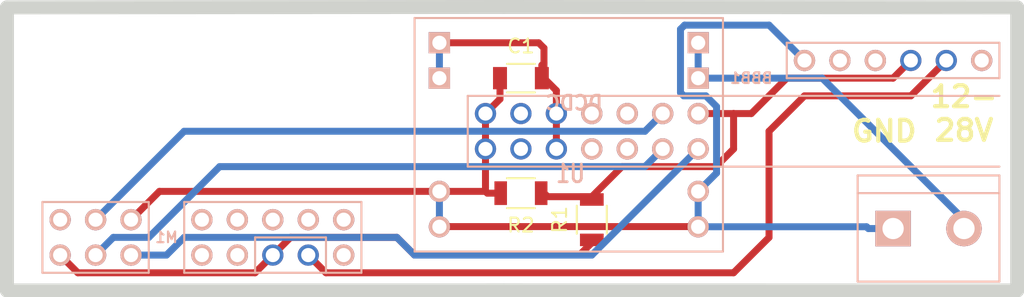
<source format=kicad_pcb>
(kicad_pcb (version 20171130) (host pcbnew "(5.1.12)-1")

  (general
    (thickness 1.6)
    (drawings 8)
    (tracks 87)
    (zones 0)
    (modules 7)
    (nets 10)
  )

  (page A3)
  (layers
    (0 F.Cu signal)
    (31 B.Cu signal)
    (36 B.SilkS user hide)
    (37 F.SilkS user hide)
    (38 B.Mask user hide)
    (39 F.Mask user hide)
    (44 Edge.Cuts user)
  )

  (setup
    (last_trace_width 0.5)
    (trace_clearance 0.254)
    (zone_clearance 0.508)
    (zone_45_only yes)
    (trace_min 0.254)
    (via_size 0.889)
    (via_drill 0.635)
    (via_min_size 0.889)
    (via_min_drill 0.508)
    (uvia_size 0.508)
    (uvia_drill 0.127)
    (uvias_allowed no)
    (uvia_min_size 0.508)
    (uvia_min_drill 0.127)
    (edge_width 1)
    (segment_width 0.2)
    (pcb_text_width 0.3)
    (pcb_text_size 1.5 1.5)
    (mod_edge_width 0.15)
    (mod_text_size 1 1)
    (mod_text_width 0.15)
    (pad_size 1.524 1.524)
    (pad_drill 1.016)
    (pad_to_mask_clearance 0)
    (aux_axis_origin 69.85 48.26)
    (visible_elements 7FFFFFFF)
    (pcbplotparams
      (layerselection 0x010f0_80000001)
      (usegerberextensions true)
      (usegerberattributes true)
      (usegerberadvancedattributes true)
      (creategerberjobfile true)
      (excludeedgelayer true)
      (linewidth 0.150000)
      (plotframeref false)
      (viasonmask false)
      (mode 1)
      (useauxorigin true)
      (hpglpennumber 1)
      (hpglpenspeed 20)
      (hpglpendiameter 15.000000)
      (psnegative false)
      (psa4output false)
      (plotreference true)
      (plotvalue true)
      (plotinvisibletext false)
      (padsonsilk false)
      (subtractmaskfromsilk false)
      (outputformat 1)
      (mirror false)
      (drillshape 0)
      (scaleselection 1)
      (outputdirectory ""))
  )

  (net 0 "")
  (net 1 /GND)
  (net 2 /MISO)
  (net 3 /MISO3)
  (net 4 /MOSI)
  (net 5 /Reset)
  (net 6 /SCK)
  (net 7 /VDD)
  (net 8 /VIN)
  (net 9 "Net-(BBB1-PadTxD)")

  (net_class Default "This is the default net class."
    (clearance 0.254)
    (trace_width 0.5)
    (via_dia 0.889)
    (via_drill 0.635)
    (uvia_dia 0.508)
    (uvia_drill 0.127)
    (add_net /GND)
    (add_net /MISO)
    (add_net /MISO3)
    (add_net /MOSI)
    (add_net /Reset)
    (add_net /SCK)
    (add_net /VDD)
    (add_net /VIN)
    (add_net "Net-(BBB1-PadTxD)")
  )

  (module custom2:BBB (layer B.Cu) (tedit 553F0B61) (tstamp 5630ED6E)
    (at 97.79 45.72 180)
    (descr "Connecteurs 2 pins")
    (tags "CONN DEV")
    (path /55371BD6)
    (fp_text reference BBB1 (at 8.89 2.54 180) (layer B.SilkS)
      (effects (font (size 0.762 0.762) (thickness 0.1524)) (justify mirror))
    )
    (fp_text value BBB (at 20.32 1.905 180) (layer B.SilkS) hide
      (effects (font (size 0.762 0.762) (thickness 0.1524)) (justify mirror))
    )
    (fp_line (start 29.21 -3.81) (end -8.89 -3.81) (layer B.SilkS) (width 0.15))
    (fp_line (start 29.21 1.27) (end -8.89 1.27) (layer B.SilkS) (width 0.15))
    (fp_line (start -8.89 2.54) (end -8.89 5.08) (layer B.SilkS) (width 0.15))
    (fp_line (start -8.89 5.08) (end 6.35 5.08) (layer B.SilkS) (width 0.15))
    (fp_line (start 6.35 5.08) (end 6.35 2.54) (layer B.SilkS) (width 0.15))
    (fp_line (start 6.35 2.54) (end -8.89 2.54) (layer B.SilkS) (width 0.15))
    (fp_line (start 29.21 1.27) (end 29.21 -3.81) (layer B.SilkS) (width 0.15))
    (pad TxD thru_hole circle (at -5.08 3.81) (size 1.524 1.524) (drill 1.016) (layers *.Cu *.Mask)
      (net 9 "Net-(BBB1-PadTxD)"))
    (pad RxD thru_hole circle (at -2.54 3.81) (size 1.524 1.524) (drill 1.016) (layers *.Cu *.Mask)
      (net 3 /MISO3))
    (pad VDD thru_hole circle (at 22.86 0) (size 1.524 1.524) (drill 1.016) (layers *.Cu *.Mask)
      (net 7 /VDD))
    (pad GND thru_hole circle (at 27.94 0) (size 1.524 1.524) (drill 1.016) (layers *.Cu *.Mask)
      (net 1 /GND))
    (pad GND thru_hole circle (at 27.94 -2.54) (size 1.524 1.524) (drill 1.016) (layers *.Cu *.Mask)
      (net 1 /GND))
    (pad X thru_hole circle (at 25.4 -2.54) (size 1.524 1.524) (drill 1.016) (layers *.Cu *.Mask))
    (pad X thru_hole circle (at 25.4 0) (size 1.524 1.524) (drill 1.016) (layers *.Cu *.Mask))
    (pad VDD thru_hole circle (at 22.86 -2.54) (size 1.524 1.524) (drill 1.016) (layers *.Cu *.Mask)
      (net 7 /VDD))
    (pad 60 thru_hole circle (at 15.24 0) (size 1.524 1.524) (drill 1.016) (layers *.Cu *.Mask B.SilkS)
      (net 4 /MOSI))
    (pad 30 thru_hole circle (at 15.24 -2.54) (size 1.524 1.524) (drill 1.016) (layers *.Cu *.Mask B.SilkS)
      (net 6 /SCK))
    (pad 31 thru_hole circle (at 12.7 -2.54) (size 1.524 1.524) (drill 1.016) (layers *.Cu *.Mask B.SilkS)
      (net 5 /Reset))
    (pad 50 thru_hole circle (at 12.7 0) (size 1.524 1.524) (drill 1.016) (layers *.Cu *.Mask B.SilkS)
      (net 3 /MISO3))
    (pad VSYS thru_hole circle (at 20.32 0) (size 1.524 1.524) (drill 1.016) (layers *.Cu *.Mask B.SilkS))
    (pad RST thru_hole circle (at 17.78 0) (size 1.524 1.524) (drill 1.016) (layers *.Cu *.Mask B.SilkS))
    (pad VSYS thru_hole circle (at 20.32 -2.54) (size 1.524 1.524) (drill 1.016) (layers *.Cu *.Mask B.SilkS))
    (pad PBUT thru_hole circle (at 17.78 -2.54) (size 1.524 1.524) (drill 1.016) (layers *.Cu *.Mask B.SilkS))
    (pad GND thru_hole circle (at 5.08 3.81) (size 1.524 1.524) (drill 1.016) (layers *.Cu *.Mask B.SilkS)
      (net 1 /GND))
    (pad X thru_hole circle (at 2.54 3.81) (size 1.524 1.524) (drill 1.016) (layers *.Cu *.Mask B.SilkS))
    (pad X thru_hole circle (at 0 3.81) (size 1.524 1.524) (drill 1.016) (layers *.Cu *.Mask B.SilkS))
    (pad X thru_hole circle (at -7.62 3.81) (size 1.524 1.524) (drill 1.016) (layers *.Cu *.Mask B.SilkS))
    (model pin_array/pins_array_2x1.wrl
      (at (xyz 0 0 0))
      (scale (xyz 1 1 1))
      (rotate (xyz 0 0 0))
    )
  )

  (module Capacitors_SMD:C_1206 (layer F.Cu) (tedit 5415D7BD) (tstamp 5630ED8C)
    (at 72.39 43.18)
    (descr "Capacitor SMD 1206, reflow soldering, AVX (see smccp.pdf)")
    (tags "capacitor 1206")
    (path /554034BC)
    (attr smd)
    (fp_text reference C1 (at 0 -2.3) (layer F.SilkS)
      (effects (font (size 1 1) (thickness 0.15)))
    )
    (fp_text value C (at 0 2.3) (layer F.Fab)
      (effects (font (size 1 1) (thickness 0.15)))
    )
    (fp_line (start -2.3 -1.15) (end 2.3 -1.15) (layer F.CrtYd) (width 0.05))
    (fp_line (start -2.3 1.15) (end 2.3 1.15) (layer F.CrtYd) (width 0.05))
    (fp_line (start -2.3 -1.15) (end -2.3 1.15) (layer F.CrtYd) (width 0.05))
    (fp_line (start 2.3 -1.15) (end 2.3 1.15) (layer F.CrtYd) (width 0.05))
    (fp_line (start 1 -1.025) (end -1 -1.025) (layer F.SilkS) (width 0.15))
    (fp_line (start -1 1.025) (end 1 1.025) (layer F.SilkS) (width 0.15))
    (pad 1 smd rect (at -1.5 0) (size 1 1.6) (layers F.Cu F.Mask)
      (net 1 /GND))
    (pad 2 smd rect (at 1.5 0) (size 1 1.6) (layers F.Cu F.Mask)
      (net 7 /VDD))
    (model Capacitors_SMD.3dshapes/C_1206.wrl
      (at (xyz 0 0 0))
      (scale (xyz 1 1 1))
      (rotate (xyz 0 0 0))
    )
  )

  (module custom2:Melzi (layer B.Cu) (tedit 55407C7A) (tstamp 5630ED97)
    (at 43.18 55.88 180)
    (descr "Connecteurs 2 pins")
    (tags "CONN DEV")
    (path /55371C71)
    (fp_text reference M1 (at -3.81 1.27 180) (layer B.SilkS)
      (effects (font (size 0.762 0.762) (thickness 0.1524)) (justify mirror))
    )
    (fp_text value MELZI (at -3.81 5.08 180) (layer B.SilkS) hide
      (effects (font (size 0.762 0.762) (thickness 0.1524)) (justify mirror))
    )
    (fp_line (start -10.16 -1.27) (end -5.08 -1.27) (layer B.SilkS) (width 0.15))
    (fp_line (start -5.08 -1.27) (end -5.08 3.81) (layer B.SilkS) (width 0.15))
    (fp_line (start -5.08 3.81) (end -17.78 3.81) (layer B.SilkS) (width 0.15))
    (fp_line (start -17.78 3.81) (end -17.78 -1.27) (layer B.SilkS) (width 0.15))
    (fp_line (start -17.78 -1.27) (end -15.24 -1.27) (layer B.SilkS) (width 0.15))
    (fp_line (start 5.08 3.81) (end -2.54 3.81) (layer B.SilkS) (width 0.15))
    (fp_line (start -2.54 3.81) (end -2.54 -1.27) (layer B.SilkS) (width 0.15))
    (fp_line (start -2.54 -1.27) (end 5.08 -1.27) (layer B.SilkS) (width 0.15))
    (fp_line (start 5.08 -1.27) (end 5.08 3.81) (layer B.SilkS) (width 0.15))
    (fp_line (start -10.16 -1.27) (end -10.16 1.27) (layer B.SilkS) (width 0.1524))
    (fp_line (start -10.16 1.27) (end -15.24 1.27) (layer B.SilkS) (width 0.1524))
    (fp_line (start -15.24 1.27) (end -15.24 -1.27) (layer B.SilkS) (width 0.1524))
    (fp_line (start -15.24 -1.27) (end -10.16 -1.27) (layer B.SilkS) (width 0.1524))
    (pad TxD thru_hole circle (at -11.43 0) (size 1.524 1.524) (drill 1.016) (layers *.Cu *.Mask)
      (net 2 /MISO))
    (pad RxD thru_hole circle (at -13.97 0) (size 1.524 1.524) (drill 1.016) (layers *.Cu *.Mask)
      (net 9 "Net-(BBB1-PadTxD)"))
    (pad D16 thru_hole circle (at -8.89 0) (size 1.524 1.524) (drill 1.016) (layers *.Cu *.Mask B.SilkS))
    (pad A2 thru_hole circle (at -8.89 2.54) (size 1.524 1.524) (drill 1.016) (layers *.Cu *.Mask B.SilkS))
    (pad A3 thru_hole circle (at -11.43 2.54) (size 1.524 1.524) (drill 1.016) (layers *.Cu *.Mask B.SilkS))
    (pad A4 thru_hole circle (at -13.97 2.54) (size 1.524 1.524) (drill 1.016) (layers *.Cu *.Mask B.SilkS))
    (pad GND2 thru_hole circle (at -16.51 2.54) (size 1.524 1.524) (drill 1.016) (layers *.Cu *.Mask B.SilkS))
    (pad 5V thru_hole circle (at -16.51 0) (size 1.524 1.524) (drill 1.016) (layers *.Cu *.Mask B.SilkS))
    (pad D17 thru_hole circle (at -6.35 0) (size 1.524 1.524) (drill 1.016) (layers *.Cu *.Mask B.SilkS))
    (pad A1 thru_hole circle (at -6.35 2.54) (size 1.524 1.524) (drill 1.016) (layers *.Cu *.Mask B.SilkS))
    (pad ~RST thru_hole circle (at -1.27 0) (size 1.524 1.524) (drill 1.016) (layers *.Cu *.Mask B.SilkS)
      (net 5 /Reset))
    (pad GND thru_hole circle (at -1.27 2.54) (size 1.524 1.524) (drill 1.016) (layers *.Cu *.Mask B.SilkS)
      (net 1 /GND))
    (pad MOSI thru_hole circle (at 1.27 2.54) (size 1.524 1.524) (drill 1.016) (layers *.Cu *.Mask B.SilkS)
      (net 4 /MOSI))
    (pad SCK thru_hole circle (at 1.27 0) (size 1.524 1.524) (drill 1.016) (layers *.Cu *.Mask B.SilkS)
      (net 6 /SCK))
    (pad MISO thru_hole circle (at 3.81 0) (size 1.524 1.524) (drill 1.016) (layers *.Cu *.Mask B.SilkS)
      (net 2 /MISO))
    (pad 5V thru_hole circle (at 3.81 2.54) (size 1.524 1.524) (drill 1.016) (layers *.Cu *.Mask B.SilkS))
    (model pin_array/pins_array_2x1.wrl
      (at (xyz 0 0 0))
      (scale (xyz 1 1 1))
      (rotate (xyz 0 0 0))
    )
  )

  (module Connect:bornier2 (layer B.Cu) (tedit 0) (tstamp 5630EDB7)
    (at 101.6 53.975)
    (descr "Bornier d'alimentation 2 pins")
    (tags DEV)
    (path /55371E14)
    (fp_text reference P1 (at 0 5.08) (layer B.SilkS)
      (effects (font (size 1 1) (thickness 0.15)) (justify mirror))
    )
    (fp_text value CONN_2 (at 0 -5.08) (layer B.Fab)
      (effects (font (size 1 1) (thickness 0.15)) (justify mirror))
    )
    (fp_line (start 5.08 -2.54) (end -5.08 -2.54) (layer B.SilkS) (width 0.15))
    (fp_line (start 5.08 -3.81) (end 5.08 3.81) (layer B.SilkS) (width 0.15))
    (fp_line (start 5.08 3.81) (end -5.08 3.81) (layer B.SilkS) (width 0.15))
    (fp_line (start -5.08 3.81) (end -5.08 -3.81) (layer B.SilkS) (width 0.15))
    (fp_line (start -5.08 -3.81) (end 5.08 -3.81) (layer B.SilkS) (width 0.15))
    (pad 1 thru_hole rect (at -2.54 0) (size 2.54 2.54) (drill 1.524) (layers *.Cu *.Mask B.SilkS)
      (net 1 /GND))
    (pad 2 thru_hole circle (at 2.54 0) (size 2.54 2.54) (drill 1.524) (layers *.Cu *.Mask B.SilkS)
      (net 8 /VIN))
    (model Connect.3dshapes/bornier2.wrl
      (at (xyz 0 0 0))
      (scale (xyz 1 1 1))
      (rotate (xyz 0 0 0))
    )
  )

  (module Resistors_SMD:R_1206 (layer F.Cu) (tedit 5415CFA7) (tstamp 5630EDC1)
    (at 77.47 53.34 90)
    (descr "Resistor SMD 1206, reflow soldering, Vishay (see dcrcw.pdf)")
    (tags "resistor 1206")
    (path /55371C8C)
    (attr smd)
    (fp_text reference R1 (at 0 -2.3 90) (layer F.SilkS)
      (effects (font (size 1 1) (thickness 0.15)))
    )
    (fp_text value R (at 0 2.3 90) (layer F.Fab)
      (effects (font (size 1 1) (thickness 0.15)))
    )
    (fp_line (start -2.2 -1.2) (end 2.2 -1.2) (layer F.CrtYd) (width 0.05))
    (fp_line (start -2.2 1.2) (end 2.2 1.2) (layer F.CrtYd) (width 0.05))
    (fp_line (start -2.2 -1.2) (end -2.2 1.2) (layer F.CrtYd) (width 0.05))
    (fp_line (start 2.2 -1.2) (end 2.2 1.2) (layer F.CrtYd) (width 0.05))
    (fp_line (start 1 1.075) (end -1 1.075) (layer F.SilkS) (width 0.15))
    (fp_line (start -1 -1.075) (end 1 -1.075) (layer F.SilkS) (width 0.15))
    (pad 1 smd rect (at -1.45 0 90) (size 0.9 1.7) (layers F.Cu F.Mask)
      (net 2 /MISO))
    (pad 2 smd rect (at 1.45 0 90) (size 0.9 1.7) (layers F.Cu F.Mask)
      (net 3 /MISO3))
    (model Resistors_SMD.3dshapes/R_1206.wrl
      (at (xyz 0 0 0))
      (scale (xyz 1 1 1))
      (rotate (xyz 0 0 0))
    )
  )

  (module Resistors_SMD:R_1206 (layer F.Cu) (tedit 5415CFA7) (tstamp 5630EDCC)
    (at 72.39 51.435 180)
    (descr "Resistor SMD 1206, reflow soldering, Vishay (see dcrcw.pdf)")
    (tags "resistor 1206")
    (path /55371C99)
    (attr smd)
    (fp_text reference R2 (at 0 -2.3 180) (layer F.SilkS)
      (effects (font (size 1 1) (thickness 0.15)))
    )
    (fp_text value R (at 0 2.3 180) (layer F.Fab)
      (effects (font (size 1 1) (thickness 0.15)))
    )
    (fp_line (start -2.2 -1.2) (end 2.2 -1.2) (layer F.CrtYd) (width 0.05))
    (fp_line (start -2.2 1.2) (end 2.2 1.2) (layer F.CrtYd) (width 0.05))
    (fp_line (start -2.2 -1.2) (end -2.2 1.2) (layer F.CrtYd) (width 0.05))
    (fp_line (start 2.2 -1.2) (end 2.2 1.2) (layer F.CrtYd) (width 0.05))
    (fp_line (start 1 1.075) (end -1 1.075) (layer F.SilkS) (width 0.15))
    (fp_line (start -1 -1.075) (end 1 -1.075) (layer F.SilkS) (width 0.15))
    (pad 1 smd rect (at -1.45 0 180) (size 0.9 1.7) (layers F.Cu F.Mask)
      (net 3 /MISO3))
    (pad 2 smd rect (at 1.45 0 180) (size 0.9 1.7) (layers F.Cu F.Mask)
      (net 1 /GND))
    (model Resistors_SMD.3dshapes/R_1206.wrl
      (at (xyz 0 0 0))
      (scale (xyz 1 1 1))
      (rotate (xyz 0 0 0))
    )
  )

  (module custom2:DCDC (layer B.Cu) (tedit 554A4C65) (tstamp 5630EDD7)
    (at 66.04 40.64)
    (descr "MOS boitier DPACK G-D-S")
    (tags "CMD DPACK")
    (path /5549B2A8)
    (attr smd)
    (fp_text reference U1 (at 9.906 9.398) (layer B.SilkS)
      (effects (font (size 1.27 1.016) (thickness 0.2032)) (justify mirror))
    )
    (fp_text value DCDC (at 10.16 4.318) (layer B.SilkS)
      (effects (font (size 1.016 1.016) (thickness 0.2032)) (justify mirror))
    )
    (fp_line (start 20.828 -1.778) (end -1.27 -1.778) (layer B.SilkS) (width 0.15))
    (fp_line (start -1.27 -1.778) (end -1.27 14.986) (layer B.SilkS) (width 0.15))
    (fp_line (start -1.27 14.986) (end 20.828 14.986) (layer B.SilkS) (width 0.15))
    (fp_line (start 20.828 14.986) (end 20.828 -1.778) (layer B.SilkS) (width 0.15))
    (pad Vout thru_hole rect (at 0.508 0 270) (size 1.524 1.524) (drill 1.016) (layers *.Cu *.Mask B.SilkS)
      (net 7 /VDD))
    (pad Vout thru_hole rect (at 0.508 2.54 270) (size 1.524 1.524) (drill 1.016) (layers *.Cu *.Mask B.SilkS)
      (net 7 /VDD))
    (pad Vin thru_hole rect (at 19.05 0 270) (size 1.524 1.524) (drill 1.016) (layers *.Cu *.Mask B.SilkS)
      (net 8 /VIN))
    (pad Vin thru_hole rect (at 19.05 2.54 270) (size 1.524 1.524) (drill 1.016) (layers *.Cu *.Mask B.SilkS)
      (net 8 /VIN))
    (pad GND2 thru_hole circle (at 0.508 13.208 270) (size 1.524 1.524) (drill 1.016) (layers *.Cu *.Mask B.SilkS)
      (net 1 /GND))
    (pad GND2 thru_hole circle (at 0.508 10.668 270) (size 1.524 1.524) (drill 1.016) (layers *.Cu *.Mask B.SilkS)
      (net 1 /GND))
    (pad GND thru_hole circle (at 19.05 13.208 270) (size 1.524 1.524) (drill 1.016) (layers *.Cu *.Mask B.SilkS)
      (net 1 /GND))
    (pad GND thru_hole circle (at 19.05 10.668 270) (size 1.524 1.524) (drill 1.016) (layers *.Cu *.Mask B.SilkS)
      (net 1 /GND))
    (model smd/dpack_2.wrl
      (at (xyz 0 0 0))
      (scale (xyz 1 1 1))
      (rotate (xyz 0 0 0))
    )
  )

  (gr_line (start 35.56 38.1) (end 71.15048 38.06952) (angle 90) (layer Edge.Cuts) (width 1))
  (gr_line (start 35.56 58.42) (end 35.56 38.1) (angle 90) (layer Edge.Cuts) (width 1))
  (gr_line (start 71.17588 58.41492) (end 35.56 58.42) (angle 90) (layer Edge.Cuts) (width 1))
  (gr_line (start 107.95 58.42) (end 71.17588 58.41492) (angle 90) (layer Edge.Cuts) (width 1))
  (gr_line (start 107.95 38.1) (end 107.95 58.42) (angle 90) (layer Edge.Cuts) (width 1))
  (gr_line (start 71.15048 38.06952) (end 107.95 38.1) (angle 90) (layer Edge.Cuts) (width 1))
  (gr_text "12-\n28V" (at 104.14 45.72) (layer F.SilkS)
    (effects (font (size 1.5 1.5) (thickness 0.3)))
  )
  (gr_text GND (at 98.425 46.99) (layer F.SilkS)
    (effects (font (size 1.5 1.5) (thickness 0.3)))
  )

  (segment (start 69.85 48.26) (end 69.85 45.72) (width 0.5) (layer F.Cu) (net 1))
  (segment (start 69.85 51.308) (end 69.85 48.26) (width 0.5) (layer F.Cu) (net 1))
  (segment (start 92.71 41.91) (end 90.1738 39.3738) (width 0.5) (layer B.Cu) (net 1))
  (segment (start 90.1738 39.3738) (end 84.1172 39.3738) (width 0.5) (layer B.Cu) (net 1))
  (segment (start 84.1172 39.3738) (end 83.8238 39.6672) (width 0.5) (layer B.Cu) (net 1))
  (segment (start 83.8238 39.6672) (end 83.8238 44.2119) (width 0.5) (layer B.Cu) (net 1))
  (segment (start 83.8238 44.2119) (end 84.0619 44.45) (width 0.5) (layer B.Cu) (net 1))
  (segment (start 84.0619 44.45) (end 85.6393 44.45) (width 0.5) (layer B.Cu) (net 1))
  (segment (start 85.6393 44.45) (end 86.4096 45.2203) (width 0.5) (layer B.Cu) (net 1))
  (segment (start 86.4096 45.2203) (end 86.4096 49.9884) (width 0.5) (layer B.Cu) (net 1))
  (segment (start 86.4096 49.9884) (end 85.09 51.308) (width 0.5) (layer B.Cu) (net 1))
  (segment (start 70.89 43.18) (end 70.89 44.68) (width 0.5) (layer F.Cu) (net 1))
  (segment (start 70.89 44.68) (end 69.85 45.72) (width 0.5) (layer F.Cu) (net 1))
  (segment (start 44.45 53.34) (end 46.482 51.308) (width 0.5) (layer F.Cu) (net 1))
  (segment (start 46.482 51.308) (end 66.548 51.308) (width 0.5) (layer F.Cu) (net 1))
  (segment (start 85.09 53.848) (end 85.0778 53.8358) (width 0.5) (layer F.Cu) (net 1))
  (segment (start 85.0778 53.8358) (end 66.5602 53.8358) (width 0.5) (layer F.Cu) (net 1))
  (segment (start 66.5602 53.8358) (end 66.548 53.848) (width 0.5) (layer F.Cu) (net 1))
  (segment (start 69.85 51.308) (end 69.8589 51.308) (width 0.5) (layer F.Cu) (net 1))
  (segment (start 69.8589 51.308) (end 69.9859 51.435) (width 0.5) (layer F.Cu) (net 1))
  (segment (start 66.548 51.308) (end 69.85 51.308) (width 0.5) (layer F.Cu) (net 1))
  (segment (start 70.94 51.435) (end 69.9859 51.435) (width 0.5) (layer F.Cu) (net 1))
  (segment (start 66.548 51.308) (end 66.548 53.848) (width 0.5) (layer B.Cu) (net 1))
  (segment (start 85.09 53.848) (end 97.1589 53.848) (width 0.5) (layer B.Cu) (net 1))
  (segment (start 97.1589 53.848) (end 97.2859 53.975) (width 0.5) (layer B.Cu) (net 1))
  (segment (start 99.06 53.975) (end 97.2859 53.975) (width 0.5) (layer B.Cu) (net 1))
  (segment (start 85.09 51.308) (end 85.09 53.848) (width 0.5) (layer B.Cu) (net 1))
  (segment (start 77.47 54.991) (end 77.47 54.79) (width 0.5) (layer F.Cu) (net 2))
  (segment (start 54.61 55.88) (end 55.88 54.61) (width 0.5) (layer F.Cu) (net 2))
  (segment (start 55.88 54.61) (end 63.5 54.61) (width 0.5) (layer F.Cu) (net 2))
  (segment (start 63.5 54.61) (end 64.77 55.88) (width 0.5) (layer F.Cu) (net 2))
  (segment (start 64.77 55.88) (end 76.581 55.88) (width 0.5) (layer F.Cu) (net 2))
  (segment (start 76.581 55.88) (end 77.47 54.991) (width 0.5) (layer F.Cu) (net 2))
  (segment (start 54.61 55.88) (end 53.34 57.15) (width 0.5) (layer F.Cu) (net 2))
  (segment (start 53.34 57.15) (end 40.64 57.15) (width 0.5) (layer F.Cu) (net 2))
  (segment (start 40.64 57.15) (end 39.37 55.88) (width 0.5) (layer F.Cu) (net 2))
  (segment (start 77.269 51.689) (end 77.47 51.89) (width 0.5) (layer F.Cu) (net 3))
  (segment (start 77.269 51.689) (end 77.47 51.689) (width 0.5) (layer F.Cu) (net 3))
  (segment (start 77.47 51.689) (end 79.629 49.53) (width 0.5) (layer F.Cu) (net 3))
  (segment (start 79.629 49.53) (end 86.36 49.53) (width 0.5) (layer F.Cu) (net 3))
  (segment (start 86.36 49.53) (end 87.63 48.26) (width 0.5) (layer F.Cu) (net 3))
  (segment (start 87.63 48.26) (end 87.63 45.72) (width 0.5) (layer F.Cu) (net 3))
  (segment (start 74.168 51.562) (end 74.295 51.689) (width 0.5) (layer F.Cu) (net 3))
  (segment (start 74.295 51.689) (end 77.269 51.689) (width 0.5) (layer F.Cu) (net 3))
  (segment (start 74.168 51.562) (end 73.967 51.562) (width 0.5) (layer F.Cu) (net 3))
  (segment (start 73.967 51.562) (end 73.84 51.435) (width 0.5) (layer F.Cu) (net 3))
  (segment (start 74.041 51.435) (end 74.168 51.562) (width 0.5) (layer F.Cu) (net 3))
  (segment (start 87.63 45.72) (end 85.09 45.72) (width 0.5) (layer F.Cu) (net 3))
  (segment (start 100.33 41.91) (end 99.06 43.18) (width 0.5) (layer F.Cu) (net 3))
  (segment (start 99.06 43.18) (end 91.44 43.18) (width 0.5) (layer F.Cu) (net 3))
  (segment (start 91.44 43.18) (end 88.9 45.72) (width 0.5) (layer F.Cu) (net 3))
  (segment (start 88.9 45.72) (end 87.63 45.72) (width 0.5) (layer F.Cu) (net 3))
  (segment (start 82.55 45.72) (end 81.28 46.99) (width 0.5) (layer B.Cu) (net 4))
  (segment (start 81.28 46.99) (end 48.26 46.99) (width 0.5) (layer B.Cu) (net 4))
  (segment (start 48.26 46.99) (end 41.91 53.34) (width 0.5) (layer B.Cu) (net 4))
  (segment (start 44.45 55.88) (end 46.99 55.88) (width 0.5) (layer B.Cu) (net 5))
  (segment (start 46.99 55.88) (end 48.26 54.61) (width 0.5) (layer B.Cu) (net 5))
  (segment (start 48.26 54.61) (end 63.5 54.61) (width 0.5) (layer B.Cu) (net 5))
  (segment (start 63.5 54.61) (end 64.77 55.88) (width 0.5) (layer B.Cu) (net 5))
  (segment (start 64.77 55.88) (end 77.47 55.88) (width 0.5) (layer B.Cu) (net 5))
  (segment (start 77.47 55.88) (end 85.09 48.26) (width 0.5) (layer B.Cu) (net 5))
  (segment (start 41.91 55.88) (end 43.18 54.61) (width 0.5) (layer B.Cu) (net 6))
  (segment (start 43.18 54.61) (end 45.72 54.61) (width 0.5) (layer B.Cu) (net 6))
  (segment (start 45.72 54.61) (end 50.8 49.53) (width 0.5) (layer B.Cu) (net 6))
  (segment (start 50.8 49.53) (end 81.28 49.53) (width 0.5) (layer B.Cu) (net 6))
  (segment (start 81.28 49.53) (end 82.55 48.26) (width 0.5) (layer B.Cu) (net 6))
  (segment (start 74.041 42.1005) (end 73.89 42.2515) (width 0.5) (layer F.Cu) (net 7))
  (segment (start 73.89 42.2515) (end 73.89 43.18) (width 0.5) (layer F.Cu) (net 7))
  (segment (start 74.041 42.1005) (end 74.041 43.18) (width 0.5) (layer F.Cu) (net 7))
  (segment (start 74.041 43.18) (end 74.93 44.069) (width 0.5) (layer F.Cu) (net 7))
  (segment (start 74.93 44.069) (end 74.93 45.72) (width 0.5) (layer F.Cu) (net 7))
  (segment (start 66.548 40.64) (end 73.66 40.64) (width 0.5) (layer F.Cu) (net 7))
  (segment (start 73.66 40.64) (end 74.041 41.021) (width 0.5) (layer F.Cu) (net 7))
  (segment (start 74.041 41.021) (end 74.041 42.1005) (width 0.5) (layer F.Cu) (net 7))
  (segment (start 66.548 40.64) (end 66.548 43.18) (width 0.5) (layer B.Cu) (net 7))
  (segment (start 74.93 45.72) (end 74.93 48.26) (width 0.5) (layer F.Cu) (net 7))
  (segment (start 104.14 53.34) (end 104.14 53.975) (width 0.5) (layer B.Cu) (net 8))
  (segment (start 85.09 43.18) (end 93.98 43.18) (width 0.5) (layer B.Cu) (net 8))
  (segment (start 93.98 43.18) (end 104.14 53.34) (width 0.5) (layer B.Cu) (net 8))
  (segment (start 85.09 43.18) (end 85.09 40.64) (width 0.5) (layer B.Cu) (net 8))
  (segment (start 57.15 55.88) (end 58.42 57.15) (width 0.5) (layer F.Cu) (net 9))
  (segment (start 58.42 57.15) (end 87.63 57.15) (width 0.5) (layer F.Cu) (net 9))
  (segment (start 87.63 57.15) (end 90.17 54.61) (width 0.5) (layer F.Cu) (net 9))
  (segment (start 90.17 54.61) (end 90.17 46.99) (width 0.5) (layer F.Cu) (net 9))
  (segment (start 90.17 46.99) (end 92.71 44.45) (width 0.5) (layer F.Cu) (net 9))
  (segment (start 92.71 44.45) (end 100.33 44.45) (width 0.5) (layer F.Cu) (net 9))
  (segment (start 100.33 44.45) (end 102.87 41.91) (width 0.5) (layer F.Cu) (net 9))

)

</source>
